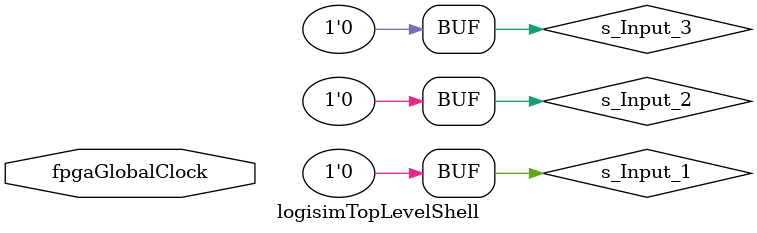
<source format=v>
/******************************************************************************
 ** Logisim-evolution goes FPGA automatic generated Verilog code             **
 ** https://github.com/logisim-evolution/                                    **
 **                                                                          **
 ** Component : logisimTopLevelShell                                         **
 **                                                                          **
 *****************************************************************************/

module logisimTopLevelShell( fpgaGlobalClock );

   /*******************************************************************************
   ** The inputs are defined here                                                **
   *******************************************************************************/
   input fpgaGlobalClock;

   /*******************************************************************************
   ** The wires are defined here                                                 **
   *******************************************************************************/
   wire       s_Input_1;
   wire       s_Input_2;
   wire       s_Input_3;
   wire       s_Output_1;
   wire       s_Output_2;
   wire       s_Output_3;
   wire       s_fpgaTick;
   wire [4:0] s_logisimClockTree0;

   /*******************************************************************************
   ** The module functionality is described here                                 **
   *******************************************************************************/

   /*******************************************************************************
   ** All signal adaptations are performed here                                  **
   *******************************************************************************/
   assign s_Input_1 = 1'b0;
   assign s_Input_2 = 1'b0;
   assign s_Input_3 = 1'b0;

   /*******************************************************************************
   ** The clock tree components are defined here                                 **
   *******************************************************************************/
   logisimTickGenerator #(.nrOfBits(31),
                          .reloadValue(2147483647))
      BASE_0 (.FPGAClock(fpgaGlobalClock),
              .FPGATick(s_fpgaTick));

   LogisimClockComponent #(.highTicks(1),
                           .lowTicks(1),
                           .nrOfBits(1),
                           .phase(1))
      BASE_1 (.clockBus(s_logisimClockTree0),
              .clockTick(s_fpgaTick),
              .globalClock(fpgaGlobalClock));

   /*******************************************************************************
   ** The toplevel component is connected here                                   **
   *******************************************************************************/
   main   CIRCUIT_0 (.Input_1(s_Input_1),
                     .Input_2(s_Input_2),
                     .Input_3(s_Input_3),
                     .Output_1(s_Output_1),
                     .Output_2(s_Output_2),
                     .Output_3(s_Output_3),
                     .logisimClockTree0(s_logisimClockTree0));
endmodule

</source>
